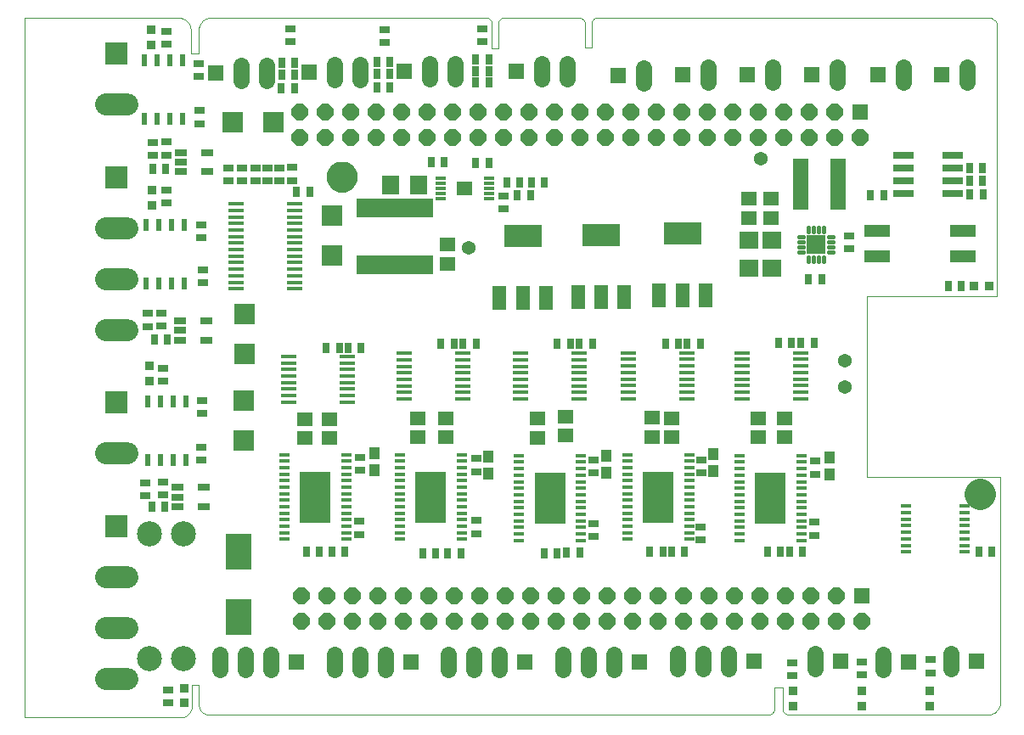
<source format=gts>
G75*
G70*
%OFA0B0*%
%FSLAX24Y24*%
%IPPOS*%
%LPD*%
%AMOC8*
5,1,8,0,0,1.08239X$1,22.5*
%
%ADD10C,0.0000*%
%ADD11OC8,0.0640*%
%ADD12R,0.0640X0.0640*%
%ADD13R,0.0434X0.0178*%
%ADD14R,0.1221X0.2009*%
%ADD15R,0.0620X0.0180*%
%ADD16R,0.0430X0.0160*%
%ADD17R,0.0316X0.0394*%
%ADD18R,0.0631X0.0552*%
%ADD19R,0.0355X0.0355*%
%ADD20R,0.0520X0.0920*%
%ADD21R,0.1457X0.0906*%
%ADD22R,0.0394X0.0316*%
%ADD23R,0.0434X0.0473*%
%ADD24C,0.0640*%
%ADD25R,0.0865X0.0865*%
%ADD26C,0.0865*%
%ADD27R,0.1001X0.0485*%
%ADD28R,0.1024X0.1418*%
%ADD29R,0.0512X0.0257*%
%ADD30R,0.0237X0.0473*%
%ADD31R,0.0827X0.0827*%
%ADD32C,0.0158*%
%ADD33R,0.0749X0.0749*%
%ADD34R,0.0749X0.0670*%
%ADD35R,0.0591X0.2009*%
%ADD36R,0.0434X0.0158*%
%ADD37R,0.0670X0.0749*%
%ADD38R,0.2993X0.0749*%
%ADD39R,0.0820X0.0250*%
%ADD40C,0.0985*%
%ADD41C,0.0434*%
%ADD42C,0.0500*%
%ADD43C,0.0540*%
D10*
X000474Y003346D02*
X006615Y003346D01*
X006616Y003346D02*
X006657Y003350D01*
X006699Y003358D01*
X006739Y003369D01*
X006778Y003384D01*
X006815Y003403D01*
X006851Y003425D01*
X006884Y003450D01*
X006915Y003478D01*
X006944Y003509D01*
X006969Y003542D01*
X006991Y003577D01*
X007010Y003615D01*
X007025Y003654D01*
X007037Y003694D01*
X007044Y003735D01*
X007048Y003777D01*
X007049Y003819D01*
X007049Y004626D01*
X007324Y004626D01*
X007324Y003858D01*
X007323Y003821D01*
X007327Y003784D01*
X007334Y003748D01*
X007344Y003713D01*
X007358Y003679D01*
X007376Y003646D01*
X007396Y003616D01*
X007419Y003587D01*
X007445Y003561D01*
X007474Y003538D01*
X007504Y003517D01*
X007536Y003500D01*
X007570Y003485D01*
X007606Y003475D01*
X007642Y003467D01*
X007678Y003464D01*
X029686Y003464D01*
X029714Y003466D01*
X029742Y003471D01*
X029770Y003479D01*
X029796Y003491D01*
X029820Y003506D01*
X029842Y003523D01*
X029863Y003544D01*
X029880Y003566D01*
X029895Y003590D01*
X029907Y003616D01*
X029915Y003644D01*
X029920Y003672D01*
X029922Y003700D01*
X029923Y003700D02*
X029923Y004527D01*
X030237Y004527D01*
X030237Y003700D01*
X030238Y003700D02*
X030240Y003672D01*
X030245Y003644D01*
X030253Y003616D01*
X030265Y003590D01*
X030280Y003566D01*
X030297Y003544D01*
X030318Y003523D01*
X030340Y003506D01*
X030364Y003491D01*
X030390Y003479D01*
X030418Y003471D01*
X030446Y003466D01*
X030474Y003464D01*
X038249Y003464D01*
X038249Y003465D02*
X038290Y003461D01*
X038332Y003462D01*
X038373Y003465D01*
X038414Y003473D01*
X038454Y003484D01*
X038493Y003498D01*
X038531Y003516D01*
X038566Y003537D01*
X038600Y003561D01*
X038632Y003588D01*
X038661Y003618D01*
X038688Y003650D01*
X038711Y003684D01*
X038732Y003720D01*
X038749Y003758D01*
X038763Y003797D01*
X038773Y003837D01*
X038780Y003878D01*
X038781Y003878D02*
X038781Y012795D01*
X033545Y012795D01*
X033545Y019882D01*
X038663Y019882D01*
X038663Y030511D01*
X038662Y030512D02*
X038658Y030548D01*
X038649Y030584D01*
X038637Y030618D01*
X038622Y030651D01*
X038603Y030683D01*
X038581Y030712D01*
X038556Y030739D01*
X038528Y030763D01*
X038498Y030784D01*
X038466Y030802D01*
X038433Y030816D01*
X038398Y030827D01*
X038362Y030834D01*
X038325Y030837D01*
X038288Y030836D01*
X038289Y030836D02*
X022964Y030836D01*
X022963Y030836D02*
X022935Y030831D01*
X022907Y030823D01*
X022880Y030811D01*
X022854Y030797D01*
X022831Y030779D01*
X022810Y030759D01*
X022792Y030736D01*
X022776Y030712D01*
X022763Y030685D01*
X022754Y030657D01*
X022748Y030629D01*
X022746Y030600D01*
X022747Y030570D01*
X022747Y030571D02*
X022747Y029645D01*
X022491Y029645D01*
X022491Y030551D01*
X022492Y030551D02*
X022493Y030582D01*
X022490Y030613D01*
X022483Y030643D01*
X022472Y030673D01*
X022458Y030700D01*
X022441Y030726D01*
X022421Y030750D01*
X022398Y030771D01*
X022373Y030789D01*
X022345Y030804D01*
X022316Y030815D01*
X022286Y030823D01*
X022256Y030827D01*
X022255Y030826D02*
X019273Y030826D01*
X019245Y030819D01*
X019217Y030809D01*
X019192Y030796D01*
X019168Y030780D01*
X019146Y030762D01*
X019126Y030740D01*
X019109Y030717D01*
X019096Y030692D01*
X019085Y030665D01*
X019078Y030637D01*
X019074Y030608D01*
X019073Y030579D01*
X019076Y030551D01*
X019076Y029626D01*
X018820Y029626D01*
X018820Y030551D01*
X018823Y030579D01*
X018822Y030608D01*
X018818Y030637D01*
X018811Y030665D01*
X018800Y030692D01*
X018787Y030717D01*
X018770Y030740D01*
X018750Y030762D01*
X018728Y030780D01*
X018704Y030796D01*
X018679Y030809D01*
X018651Y030819D01*
X018623Y030826D01*
X007797Y030826D01*
X007756Y030824D01*
X007715Y030819D01*
X007675Y030810D01*
X007636Y030798D01*
X007598Y030782D01*
X007561Y030763D01*
X007526Y030741D01*
X007494Y030716D01*
X007463Y030688D01*
X007435Y030657D01*
X007410Y030625D01*
X007388Y030590D01*
X007369Y030553D01*
X007353Y030515D01*
X007341Y030476D01*
X007332Y030436D01*
X007327Y030395D01*
X007325Y030354D01*
X007324Y030354D02*
X007324Y029409D01*
X007009Y029409D01*
X007009Y030354D01*
X007010Y030354D02*
X007006Y030397D01*
X006999Y030439D01*
X006988Y030481D01*
X006973Y030521D01*
X006955Y030560D01*
X006934Y030597D01*
X006909Y030633D01*
X006882Y030666D01*
X006851Y030696D01*
X006819Y030724D01*
X006783Y030749D01*
X006746Y030770D01*
X006707Y030789D01*
X006667Y030804D01*
X006625Y030815D01*
X006583Y030823D01*
X006540Y030826D01*
X006497Y030827D01*
X006497Y030826D02*
X000474Y030826D01*
X000474Y003346D01*
D11*
X011340Y007137D03*
X012340Y007137D03*
X013340Y007137D03*
X014340Y007137D03*
X015340Y007137D03*
X016340Y007137D03*
X017340Y007137D03*
X018340Y007137D03*
X019340Y007137D03*
X020340Y007137D03*
X021340Y007137D03*
X022340Y007137D03*
X023340Y007137D03*
X024340Y007137D03*
X025340Y007137D03*
X026340Y007137D03*
X027340Y007137D03*
X028340Y007137D03*
X029340Y007137D03*
X030340Y007137D03*
X031340Y007137D03*
X032340Y007137D03*
X033340Y007137D03*
X032340Y008137D03*
X031340Y008137D03*
X030340Y008137D03*
X029340Y008137D03*
X028340Y008137D03*
X027340Y008137D03*
X026340Y008137D03*
X025340Y008137D03*
X024340Y008137D03*
X023340Y008137D03*
X022340Y008137D03*
X021340Y008137D03*
X020340Y008137D03*
X019340Y008137D03*
X018340Y008137D03*
X017340Y008137D03*
X016340Y008137D03*
X015340Y008137D03*
X014340Y008137D03*
X013340Y008137D03*
X012340Y008137D03*
X011340Y008137D03*
X011277Y026130D03*
X011277Y027130D03*
X012277Y027130D03*
X013277Y027130D03*
X014277Y027130D03*
X015277Y027130D03*
X016277Y027130D03*
X017277Y027130D03*
X018277Y027130D03*
X019277Y027130D03*
X020277Y027130D03*
X021277Y027130D03*
X022277Y027130D03*
X023277Y027130D03*
X024277Y027130D03*
X025277Y027130D03*
X026277Y027130D03*
X027277Y027130D03*
X028277Y027130D03*
X029277Y027130D03*
X030277Y027130D03*
X031277Y027130D03*
X032277Y027130D03*
X032277Y026130D03*
X033277Y026130D03*
X031277Y026130D03*
X030277Y026130D03*
X029277Y026130D03*
X028277Y026130D03*
X027277Y026130D03*
X026277Y026130D03*
X025277Y026130D03*
X024277Y026130D03*
X023277Y026130D03*
X022277Y026130D03*
X021277Y026130D03*
X020277Y026130D03*
X019277Y026130D03*
X018277Y026130D03*
X017277Y026130D03*
X016277Y026130D03*
X015277Y026130D03*
X014277Y026130D03*
X013277Y026130D03*
X012277Y026130D03*
D12*
X011659Y028681D03*
X007978Y028661D03*
X015379Y028720D03*
X019779Y028730D03*
X023773Y028573D03*
X026322Y028582D03*
X028861Y028582D03*
X031381Y028592D03*
X033277Y027130D03*
X033989Y028582D03*
X036480Y028592D03*
X033340Y008137D03*
X032509Y005551D03*
X035186Y005511D03*
X037863Y005551D03*
X029100Y005551D03*
X024611Y005511D03*
X020123Y005511D03*
X015635Y005511D03*
X011147Y005511D03*
D13*
X010675Y010344D03*
X010675Y010600D03*
X010675Y010856D03*
X010675Y011112D03*
X010675Y011368D03*
X010675Y011624D03*
X010675Y011880D03*
X010675Y012136D03*
X010675Y012391D03*
X010675Y012647D03*
X010675Y012903D03*
X010675Y013159D03*
X010675Y013415D03*
X010675Y013671D03*
X013107Y013671D03*
X013107Y013415D03*
X013107Y013159D03*
X013107Y012903D03*
X013107Y012647D03*
X013107Y012391D03*
X013107Y012136D03*
X013107Y011880D03*
X013107Y011624D03*
X013107Y011368D03*
X013107Y011112D03*
X013107Y010856D03*
X013107Y010600D03*
X013107Y010344D03*
X015203Y010344D03*
X015203Y010600D03*
X015203Y010856D03*
X015203Y011112D03*
X015203Y011368D03*
X015203Y011624D03*
X015203Y011880D03*
X015203Y012136D03*
X015203Y012391D03*
X015203Y012647D03*
X015203Y012903D03*
X015203Y013159D03*
X015203Y013415D03*
X015203Y013671D03*
X017634Y013671D03*
X017634Y013415D03*
X017634Y013159D03*
X017634Y012903D03*
X017634Y012647D03*
X017634Y012391D03*
X017634Y012136D03*
X017634Y011880D03*
X017634Y011624D03*
X017634Y011368D03*
X017634Y011112D03*
X017634Y010856D03*
X017634Y010600D03*
X017634Y010344D03*
X019888Y010305D03*
X019888Y010561D03*
X019888Y010817D03*
X019888Y011073D03*
X019888Y011328D03*
X019888Y011584D03*
X019888Y011840D03*
X019888Y012096D03*
X019888Y012352D03*
X019888Y012608D03*
X019888Y012864D03*
X019888Y013120D03*
X019888Y013376D03*
X019888Y013632D03*
X022319Y013632D03*
X022319Y013376D03*
X022319Y013120D03*
X022319Y012864D03*
X022319Y012608D03*
X022319Y012352D03*
X022319Y012096D03*
X022319Y011840D03*
X022319Y011584D03*
X022319Y011328D03*
X022319Y011073D03*
X022319Y010817D03*
X022319Y010561D03*
X022319Y010305D03*
X024140Y010344D03*
X024140Y010600D03*
X024140Y010856D03*
X024140Y011112D03*
X024140Y011368D03*
X024140Y011624D03*
X024140Y011880D03*
X024140Y012136D03*
X024140Y012391D03*
X024140Y012647D03*
X024140Y012903D03*
X024140Y013159D03*
X024140Y013415D03*
X024140Y013671D03*
X026571Y013671D03*
X026571Y013415D03*
X026571Y013159D03*
X026571Y012903D03*
X026571Y012647D03*
X026571Y012391D03*
X026571Y012136D03*
X026571Y011880D03*
X026571Y011624D03*
X026571Y011368D03*
X026571Y011112D03*
X026571Y010856D03*
X026571Y010600D03*
X026571Y010344D03*
X028549Y010305D03*
X028549Y010561D03*
X028549Y010817D03*
X028549Y011073D03*
X028549Y011328D03*
X028549Y011584D03*
X028549Y011840D03*
X028549Y012096D03*
X028549Y012352D03*
X028549Y012608D03*
X028549Y012864D03*
X028549Y013120D03*
X028549Y013376D03*
X028549Y013632D03*
X030981Y013632D03*
X030981Y013376D03*
X030981Y013120D03*
X030981Y012864D03*
X030981Y012608D03*
X030981Y012352D03*
X030981Y012096D03*
X030981Y011840D03*
X030981Y011584D03*
X030981Y011328D03*
X030981Y011073D03*
X030981Y010817D03*
X030981Y010561D03*
X030981Y010305D03*
D14*
X029765Y011968D03*
X025356Y012008D03*
X021104Y011968D03*
X016419Y012008D03*
X011891Y012008D03*
D15*
X010839Y015734D03*
X010839Y015994D03*
X010839Y016254D03*
X010839Y016504D03*
X010839Y016764D03*
X010839Y017014D03*
X010839Y017274D03*
X010839Y017534D03*
X013139Y017534D03*
X013139Y017274D03*
X013139Y017014D03*
X013139Y016764D03*
X013139Y016504D03*
X013139Y016254D03*
X013139Y015994D03*
X013139Y015734D03*
X015367Y015852D03*
X015367Y016112D03*
X015367Y016372D03*
X015367Y016622D03*
X015367Y016882D03*
X015367Y017132D03*
X015367Y017392D03*
X015367Y017652D03*
X017667Y017652D03*
X017667Y017392D03*
X017667Y017132D03*
X017667Y016882D03*
X017667Y016622D03*
X017667Y016372D03*
X017667Y016112D03*
X017667Y015852D03*
X019954Y015852D03*
X019954Y016112D03*
X019954Y016372D03*
X019954Y016622D03*
X019954Y016882D03*
X019954Y017132D03*
X019954Y017392D03*
X019954Y017652D03*
X022254Y017652D03*
X022254Y017392D03*
X022254Y017132D03*
X022254Y016882D03*
X022254Y016622D03*
X022254Y016372D03*
X022254Y016112D03*
X022254Y015852D03*
X024186Y015871D03*
X024186Y016131D03*
X024186Y016391D03*
X024186Y016641D03*
X024186Y016901D03*
X024186Y017151D03*
X024186Y017411D03*
X024186Y017671D03*
X026486Y017671D03*
X026486Y017411D03*
X026486Y017151D03*
X026486Y016901D03*
X026486Y016641D03*
X026486Y016391D03*
X026486Y016131D03*
X026486Y015871D03*
X028654Y015871D03*
X028654Y016131D03*
X028654Y016391D03*
X028654Y016641D03*
X028654Y016901D03*
X028654Y017151D03*
X028654Y017411D03*
X028654Y017671D03*
X030954Y017671D03*
X030954Y017411D03*
X030954Y017151D03*
X030954Y016901D03*
X030954Y016641D03*
X030954Y016391D03*
X030954Y016131D03*
X030954Y015871D03*
X011092Y020190D03*
X011092Y020440D03*
X011092Y020700D03*
X011092Y020950D03*
X011092Y021210D03*
X011092Y021470D03*
X011092Y021720D03*
X011092Y021980D03*
X011092Y022230D03*
X011092Y022490D03*
X011092Y022750D03*
X011092Y023000D03*
X011092Y023260D03*
X011092Y023510D03*
X008792Y023510D03*
X008792Y023260D03*
X008792Y023000D03*
X008792Y022750D03*
X008792Y022490D03*
X008792Y022230D03*
X008792Y021980D03*
X008792Y021720D03*
X008792Y021470D03*
X008792Y021210D03*
X008792Y020950D03*
X008792Y020700D03*
X008792Y020440D03*
X008792Y020190D03*
D16*
X035093Y011643D03*
X035093Y011387D03*
X035093Y011132D03*
X035093Y010876D03*
X035093Y010620D03*
X035093Y010364D03*
X035093Y010108D03*
X035093Y009852D03*
X037390Y009852D03*
X037390Y010108D03*
X037390Y010364D03*
X037390Y010620D03*
X037390Y010876D03*
X037390Y011132D03*
X037390Y011387D03*
X037390Y011643D03*
D17*
X037934Y009862D03*
X038446Y009862D03*
X031025Y009852D03*
X030513Y009852D03*
X030159Y009852D03*
X029647Y009852D03*
X026399Y009842D03*
X025887Y009842D03*
X025533Y009842D03*
X025021Y009842D03*
X022275Y009813D03*
X021763Y009813D03*
X021399Y009803D03*
X020887Y009803D03*
X017600Y009803D03*
X017088Y009803D03*
X016625Y009803D03*
X016113Y009803D03*
X013052Y009842D03*
X012541Y009842D03*
X012058Y009842D03*
X011547Y009842D03*
X005986Y011614D03*
X005474Y011614D03*
X012324Y017874D03*
X012836Y017874D03*
X013186Y017866D03*
X013698Y017866D03*
X016832Y018011D03*
X017344Y018011D03*
X017698Y018011D03*
X018210Y018011D03*
X021399Y018031D03*
X021911Y018031D03*
X022265Y018031D03*
X022777Y018031D03*
X025651Y018031D03*
X026163Y018031D03*
X026497Y018031D03*
X027009Y018031D03*
X030080Y018051D03*
X030592Y018051D03*
X030966Y018051D03*
X031478Y018051D03*
X031261Y020551D03*
X031773Y020551D03*
X033696Y023848D03*
X034208Y023848D03*
X037590Y023907D03*
X038102Y023907D03*
X038092Y024419D03*
X038082Y024931D03*
X037570Y024931D03*
X037580Y024419D03*
X037265Y020285D03*
X036753Y020285D03*
X020897Y024370D03*
X020385Y024370D03*
X019913Y024370D03*
X019401Y024370D03*
X019824Y023858D03*
X020336Y023858D03*
X018702Y025118D03*
X018190Y025118D03*
X016950Y025157D03*
X016438Y025157D03*
X014824Y028090D03*
X014312Y028090D03*
X014312Y028622D03*
X014312Y029094D03*
X014824Y029094D03*
X014824Y028622D03*
X018190Y028740D03*
X018190Y028287D03*
X018702Y028287D03*
X018702Y028740D03*
X018702Y029193D03*
X018190Y029193D03*
X011673Y023988D03*
X011161Y023988D03*
X011074Y028061D03*
X010562Y028061D03*
X010572Y028602D03*
X010572Y029055D03*
X011084Y029055D03*
X011084Y028602D03*
X006025Y024882D03*
X005513Y024882D03*
X005572Y018189D03*
X006084Y018189D03*
D18*
X011478Y015059D03*
X011478Y014311D03*
X012442Y014311D03*
X012442Y015059D03*
X015907Y015098D03*
X015907Y014350D03*
X017029Y014350D03*
X017029Y015098D03*
X020611Y015078D03*
X020611Y014330D03*
X021714Y014409D03*
X021714Y015157D03*
X025100Y015118D03*
X025887Y015098D03*
X025887Y014350D03*
X025100Y014370D03*
X029273Y014350D03*
X029273Y015098D03*
X030316Y015098D03*
X030316Y014350D03*
X029785Y022972D03*
X029785Y023720D03*
X028919Y023720D03*
X028919Y022972D03*
X017741Y024126D03*
X017068Y021909D03*
X017068Y021161D03*
D19*
X005484Y023464D03*
X005484Y024055D03*
X005464Y029754D03*
X005464Y030344D03*
X005395Y017145D03*
X005395Y016555D03*
X006753Y004508D03*
X006753Y003917D03*
X030651Y003799D03*
X030651Y004389D03*
X033348Y004389D03*
X033348Y003799D03*
X036025Y003799D03*
X036025Y004389D03*
X037757Y020285D03*
X038348Y020285D03*
D20*
X027210Y019921D03*
X026300Y019921D03*
X025391Y019921D03*
X024021Y019862D03*
X023111Y019862D03*
X022202Y019862D03*
X020950Y019823D03*
X020041Y019823D03*
X019131Y019823D03*
D21*
X020041Y022263D03*
X023111Y022302D03*
X026300Y022361D03*
D22*
X032865Y022263D03*
X032865Y021752D03*
X031527Y013415D03*
X031527Y012903D03*
X031497Y011013D03*
X031497Y010502D03*
X027019Y010315D03*
X027019Y010826D03*
X027058Y012943D03*
X027058Y013454D03*
X022826Y013464D03*
X022826Y012952D03*
X022806Y010964D03*
X022806Y010452D03*
X018230Y010571D03*
X018230Y011082D03*
X018200Y013002D03*
X018200Y013513D03*
X013643Y013563D03*
X013643Y013051D03*
X013623Y011053D03*
X013623Y010541D03*
X007403Y013445D03*
X007403Y013956D03*
X007442Y015295D03*
X007442Y015807D03*
X005907Y016555D03*
X005907Y017067D03*
X005850Y018710D03*
X005326Y018700D03*
X005326Y019212D03*
X005850Y019222D03*
X007482Y020413D03*
X007482Y020925D03*
X007403Y022185D03*
X007403Y022697D03*
X006035Y023543D03*
X006035Y024055D03*
X006052Y025439D03*
X006052Y025950D03*
X005523Y025941D03*
X005523Y025429D03*
X007363Y026673D03*
X007363Y027185D03*
X007324Y028523D03*
X007324Y029035D03*
X006054Y029793D03*
X006054Y030305D03*
X010907Y030393D03*
X010907Y029882D03*
X014627Y029862D03*
X014627Y030374D03*
X018446Y030393D03*
X018446Y029882D03*
X019293Y023828D03*
X019293Y023317D03*
X010972Y024441D03*
X010493Y024429D03*
X010021Y024429D03*
X009552Y024425D03*
X009552Y024937D03*
X010021Y024941D03*
X010493Y024941D03*
X010972Y024952D03*
X009021Y024941D03*
X009021Y024429D03*
X008489Y024425D03*
X008489Y024937D03*
X005907Y012598D03*
X005907Y012086D03*
X005224Y012061D03*
X005224Y012573D03*
X006123Y004429D03*
X006123Y003917D03*
X030631Y004980D03*
X030631Y005492D03*
X033348Y005531D03*
X033348Y005019D03*
X036064Y005098D03*
X036064Y005610D03*
D23*
X032088Y012903D03*
X032088Y013573D03*
X027531Y013700D03*
X027531Y013031D03*
X023308Y012952D03*
X023308Y013622D03*
X018673Y013592D03*
X018673Y012923D03*
X014224Y013051D03*
X014224Y013720D03*
D24*
X014635Y005811D02*
X014635Y005211D01*
X013635Y005211D02*
X013635Y005811D01*
X012635Y005811D02*
X012635Y005211D01*
X010147Y005211D02*
X010147Y005811D01*
X009147Y005811D02*
X009147Y005211D01*
X008147Y005211D02*
X008147Y005811D01*
X017123Y005811D02*
X017123Y005211D01*
X018123Y005211D02*
X018123Y005811D01*
X019123Y005811D02*
X019123Y005211D01*
X021611Y005211D02*
X021611Y005811D01*
X022611Y005811D02*
X022611Y005211D01*
X023611Y005211D02*
X023611Y005811D01*
X026100Y005851D02*
X026100Y005251D01*
X027100Y005251D02*
X027100Y005851D01*
X028100Y005851D02*
X028100Y005251D01*
X031509Y005251D02*
X031509Y005851D01*
X034186Y005811D02*
X034186Y005211D01*
X036863Y005251D02*
X036863Y005851D01*
X037480Y028292D02*
X037480Y028892D01*
X034989Y028882D02*
X034989Y028282D01*
X032381Y028292D02*
X032381Y028892D01*
X029861Y028882D02*
X029861Y028282D01*
X027322Y028282D02*
X027322Y028882D01*
X024773Y028873D02*
X024773Y028273D01*
X021779Y028430D02*
X021779Y029030D01*
X020779Y029030D02*
X020779Y028430D01*
X017379Y028420D02*
X017379Y029020D01*
X016379Y029020D02*
X016379Y028420D01*
X013659Y028381D02*
X013659Y028981D01*
X012659Y028981D02*
X012659Y028381D01*
X009978Y028361D02*
X009978Y028961D01*
X008978Y028961D02*
X008978Y028361D01*
D25*
X004088Y029425D03*
X004088Y024574D03*
X004088Y015724D03*
X004088Y010874D03*
D26*
X004500Y008874D02*
X003675Y008874D01*
X003675Y006874D02*
X004500Y006874D01*
X004500Y004874D02*
X003675Y004874D01*
X003675Y013724D02*
X004500Y013724D01*
X004500Y018574D02*
X003675Y018574D01*
X003675Y020574D02*
X004500Y020574D01*
X004500Y022574D02*
X003675Y022574D01*
X003675Y027425D02*
X004500Y027425D01*
D27*
X033938Y022458D03*
X033938Y021458D03*
X037324Y021458D03*
X037324Y022458D03*
D28*
X008899Y009862D03*
X008899Y007303D03*
D29*
X007521Y011634D03*
X007521Y012382D03*
X006497Y012382D03*
X006497Y012008D03*
X006497Y011634D03*
X006576Y018169D03*
X006576Y018543D03*
X006576Y018917D03*
X007600Y018917D03*
X007600Y018169D03*
X007639Y024783D03*
X007639Y025531D03*
X006615Y025531D03*
X006615Y025157D03*
X006615Y024783D03*
D30*
X006667Y026870D03*
X006167Y026870D03*
X005667Y026870D03*
X005167Y026870D03*
X005167Y029153D03*
X005667Y029153D03*
X006167Y029153D03*
X006667Y029153D03*
X006736Y022687D03*
X006236Y022687D03*
X005736Y022687D03*
X005236Y022687D03*
X005236Y020403D03*
X005736Y020403D03*
X006236Y020403D03*
X006736Y020403D03*
X006804Y015748D03*
X006304Y015748D03*
X005804Y015748D03*
X005304Y015748D03*
X005304Y013464D03*
X005804Y013464D03*
X006304Y013464D03*
X006804Y013464D03*
D31*
X009076Y014232D03*
X009076Y015807D03*
X009115Y017618D03*
X009115Y019193D03*
X012560Y021496D03*
X012560Y023071D03*
X010237Y026712D03*
X008663Y026712D03*
D32*
X030888Y022224D02*
X031064Y022224D01*
X031064Y022027D02*
X030888Y022027D01*
X030888Y021830D02*
X031064Y021830D01*
X031064Y021634D02*
X030888Y021634D01*
X031261Y021436D02*
X031261Y021260D01*
X031458Y021260D02*
X031458Y021436D01*
X031655Y021436D02*
X031655Y021260D01*
X031852Y021260D02*
X031852Y021436D01*
X032049Y021634D02*
X032225Y021634D01*
X032225Y021830D02*
X032049Y021830D01*
X032049Y022027D02*
X032225Y022027D01*
X032225Y022224D02*
X032049Y022224D01*
X031852Y022422D02*
X031852Y022598D01*
X031655Y022598D02*
X031655Y022422D01*
X031458Y022422D02*
X031458Y022598D01*
X031261Y022598D02*
X031261Y022422D01*
D33*
X031556Y021929D03*
D34*
X029824Y022086D03*
X028919Y022086D03*
X028919Y020984D03*
X029824Y020984D03*
D35*
X030946Y024291D03*
X032403Y024291D03*
D36*
X018702Y024330D03*
X018702Y024527D03*
X018702Y024132D03*
X018702Y023937D03*
X018702Y023740D03*
X016812Y023740D03*
X016812Y023937D03*
X016812Y024132D03*
X016812Y024330D03*
X016812Y024527D03*
D37*
X015946Y024252D03*
X014844Y024252D03*
D38*
X015001Y023346D03*
X015001Y021141D03*
D39*
X034986Y023935D03*
X034986Y024435D03*
X034986Y024935D03*
X034986Y025435D03*
X036926Y025435D03*
X036926Y024935D03*
X036926Y024435D03*
X036926Y023935D03*
D40*
X006714Y010551D03*
X005375Y010551D03*
X005375Y005669D03*
X006714Y005669D03*
D41*
X012934Y024586D03*
X037984Y012126D03*
D42*
X037630Y012126D02*
X037632Y012163D01*
X037638Y012200D01*
X037647Y012235D01*
X037661Y012270D01*
X037677Y012303D01*
X037698Y012334D01*
X037721Y012363D01*
X037747Y012389D01*
X037776Y012412D01*
X037807Y012433D01*
X037840Y012449D01*
X037875Y012463D01*
X037910Y012472D01*
X037947Y012478D01*
X037984Y012480D01*
X038021Y012478D01*
X038058Y012472D01*
X038093Y012463D01*
X038128Y012449D01*
X038161Y012433D01*
X038192Y012412D01*
X038221Y012389D01*
X038247Y012363D01*
X038270Y012334D01*
X038291Y012303D01*
X038307Y012270D01*
X038321Y012235D01*
X038330Y012200D01*
X038336Y012163D01*
X038338Y012126D01*
X038336Y012089D01*
X038330Y012052D01*
X038321Y012017D01*
X038307Y011982D01*
X038291Y011949D01*
X038270Y011918D01*
X038247Y011889D01*
X038221Y011863D01*
X038192Y011840D01*
X038161Y011819D01*
X038128Y011803D01*
X038093Y011789D01*
X038058Y011780D01*
X038021Y011774D01*
X037984Y011772D01*
X037947Y011774D01*
X037910Y011780D01*
X037875Y011789D01*
X037840Y011803D01*
X037807Y011819D01*
X037776Y011840D01*
X037747Y011863D01*
X037721Y011889D01*
X037698Y011918D01*
X037677Y011949D01*
X037661Y011982D01*
X037647Y012017D01*
X037638Y012052D01*
X037632Y012089D01*
X037630Y012126D01*
X012580Y024586D02*
X012582Y024623D01*
X012588Y024660D01*
X012597Y024695D01*
X012611Y024730D01*
X012627Y024763D01*
X012648Y024794D01*
X012671Y024823D01*
X012697Y024849D01*
X012726Y024872D01*
X012757Y024893D01*
X012790Y024909D01*
X012825Y024923D01*
X012860Y024932D01*
X012897Y024938D01*
X012934Y024940D01*
X012971Y024938D01*
X013008Y024932D01*
X013043Y024923D01*
X013078Y024909D01*
X013111Y024893D01*
X013142Y024872D01*
X013171Y024849D01*
X013197Y024823D01*
X013220Y024794D01*
X013241Y024763D01*
X013257Y024730D01*
X013271Y024695D01*
X013280Y024660D01*
X013286Y024623D01*
X013288Y024586D01*
X013286Y024549D01*
X013280Y024512D01*
X013271Y024477D01*
X013257Y024442D01*
X013241Y024409D01*
X013220Y024378D01*
X013197Y024349D01*
X013171Y024323D01*
X013142Y024300D01*
X013111Y024279D01*
X013078Y024263D01*
X013043Y024249D01*
X013008Y024240D01*
X012971Y024234D01*
X012934Y024232D01*
X012897Y024234D01*
X012860Y024240D01*
X012825Y024249D01*
X012790Y024263D01*
X012757Y024279D01*
X012726Y024300D01*
X012697Y024323D01*
X012671Y024349D01*
X012648Y024378D01*
X012627Y024409D01*
X012611Y024442D01*
X012597Y024477D01*
X012588Y024512D01*
X012582Y024549D01*
X012580Y024586D01*
D43*
X017924Y021801D03*
X029381Y025295D03*
X032688Y017372D03*
X032698Y016328D03*
M02*

</source>
